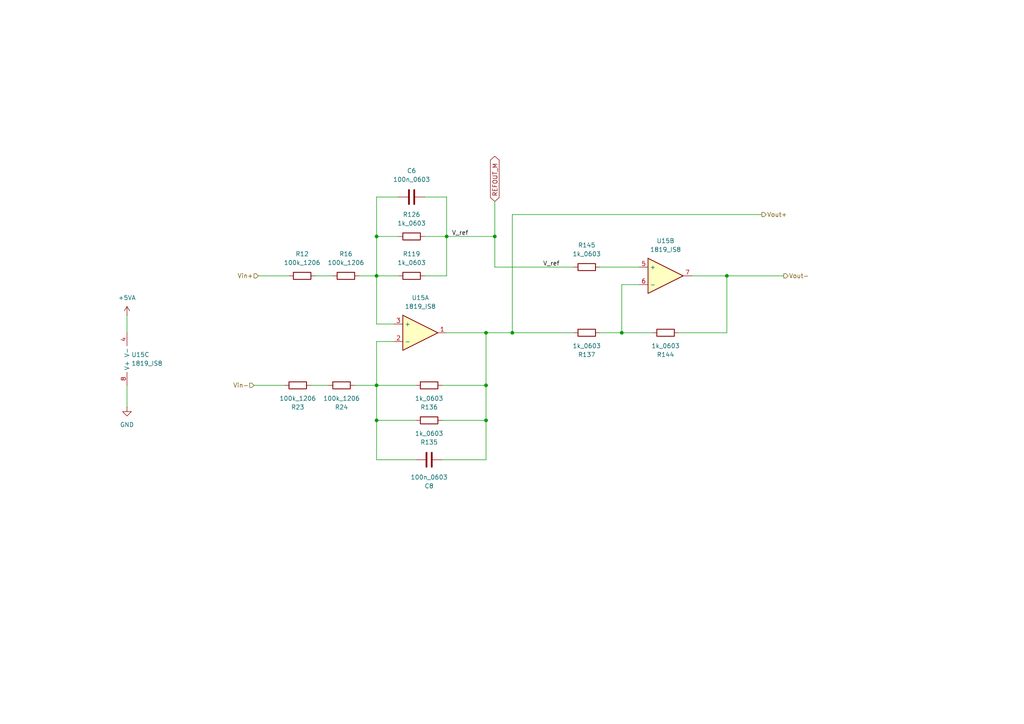
<source format=kicad_sch>
(kicad_sch (version 20250114) (generator "eeschema") (generator_version "9.0")
  (paper "A4")
  (lib_symbols
    (symbol "MYLIB_Misc:LT1819_IS8"
      (property "Reference" "U" (at 0 8.89 0))
      (property "Value" "1819_IS8" (at 0.508 6.858 0))
      (symbol "LT1819_IS8_1_1"
        (polyline (pts (xy -3.81 5.08) (xy 6.35 0) (xy -3.81 -5.08) (xy -3.81 5.08)) (stroke (width 0.254)) (fill (type background)))
        (pin input line (at -6.35 2.54 0) (length 2.54) (name "+") (number "3"))
        (pin input line (at -6.35 -2.54 0) (length 2.54) (name "-") (number "2"))
        (pin output line (at 8.89 0 180) (length 2.54) (name "~") (number "1"))
      )
      (symbol "LT1819_IS8_2_1"
        (polyline (pts (xy -3.81 5.08) (xy 6.35 0) (xy -3.81 -5.08) (xy -3.81 5.08)) (stroke (width 0.254)) (fill (type background)))
        (pin input line (at -6.35 2.54 0) (length 2.54) (name "+") (number "5"))
        (pin input line (at -6.35 -2.54 0) (length 2.54) (name "-") (number "6"))
        (pin output line (at 8.89 0 180) (length 2.54) (name "~") (number "7"))
      )
      (symbol "LT1819_IS8_3_1"
        (pin power_in line (at -6.35 7.62 270) (length 3.81) (name "V+") (number "8"))
        (pin power_in line (at -6.35 -7.62 90) (length 3.81) (name "V-") (number "4"))
      )
    )
    (symbol "WLIB_C:100n_0603" (pin_numbers (hide yes)) (pin_names (offset 0.254))
      (property "Reference" "C" (at 0.635 2.54 0))
      (property "Value" "100n_0603" (at 0.635 -2.54 0))
      (symbol "100n_0603_0_1"
        (polyline (pts (xy -2.032 0.762) (xy 2.032 0.762)) (stroke (width 0.508)))
        (polyline (pts (xy -2.032 -0.762) (xy 2.032 -0.762)) (stroke (width 0.508)))
      )
      (symbol "100n_0603_1_1"
        (pin passive line (at 0 3.81 270) (length 2.794) (name "~") (number "1"))
        (pin passive line (at 0 -3.81 90) (length 2.794) (name "~") (number "2"))
      )
    )
    (symbol "WLIB_R:100k_1206" (pin_numbers (hide yes)) (pin_names (hide yes))
      (property "Reference" "R" (at -2.54 0 90))
      (property "Value" "100k_1206" (at 2.794 0 90))
      (symbol "100k_1206_0_1"
        (rectangle (start -1.016 -2.54) (end 1.016 2.54) (stroke (width 0.254)))
      )
      (symbol "100k_1206_1_1"
        (pin passive line (at 0 3.81 270) (length 1.27) (name "~") (number "1"))
        (pin passive line (at 0 -3.81 90) (length 1.27) (name "~") (number "2"))
      )
    )
    (symbol "WLIB_R:1k_0603" (pin_numbers (hide yes)) (pin_names (offset 0))
      (property "Reference" "R" (at 2.032 0 90))
      (property "Value" "1k_0603" (at -2.54 0 90))
      (symbol "1k_0603_0_1"
        (rectangle (start -1.016 -2.54) (end 1.016 2.54) (stroke (width 0.254)))
      )
      (symbol "1k_0603_1_1"
        (pin passive line (at 0 3.81 270) (length 1.27) (name "~") (number "1"))
        (pin passive line (at 0 -3.81 90) (length 1.27) (name "~") (number "2"))
      )
    )
    (symbol "power:+5VA" (power) (pin_numbers (hide yes)) (pin_names (offset 0) (hide yes))
      (property "Value" "+5VA" (at 0 3.556 0))
      (symbol "+5VA_0_1"
        (polyline (pts (xy -0.762 1.27) (xy 0 2.54)))
        (polyline (pts (xy 0 2.54) (xy 0.762 1.27)))
        (polyline (pts (xy 0 0) (xy 0 2.54)))
      )
      (symbol "+5VA_1_1"
        (pin power_in line (at 0 0 90) (length 0) (name "~") (number "1"))
      )
    )
    (symbol "power:GND" (power) (pin_numbers (hide yes)) (pin_names (offset 0) (hide yes))
      (property "Value" "GND" (at 0 -3.81 0))
      (symbol "GND_0_1"
        (polyline (pts (xy 0 0) (xy 0 -1.27) (xy 1.27 -1.27) (xy 0 -2.54) (xy -1.27 -1.27) (xy 0 -1.27)))
      )
      (symbol "GND_1_1"
        (pin power_in line (at 0 0 270) (length 0) (name "~") (number "1"))
      )
    )
  )
  (junction (at 148.59 96.52))
  (junction (at 140.97 96.52))
  (junction (at 109.22 111.76))
  (junction (at 140.97 111.76))
  (junction (at 180.34 96.52))
  (junction (at 140.97 121.92))
  (junction (at 109.22 68.58))
  (junction (at 109.22 80.01))
  (junction (at 129.54 68.58))
  (junction (at 210.82 80.01))
  (junction (at 109.22 121.92))
  (junction (at 143.51 68.58))
  (wire (pts (xy 36.83 91.44) (xy 36.83 96.52)))
  (wire (pts (xy 180.34 82.55) (xy 180.34 96.52)))
  (wire (pts (xy 148.59 62.23) (xy 148.59 96.52)))
  (wire (pts (xy 120.65 111.76) (xy 109.22 111.76)))
  (wire (pts (xy 73.66 111.76) (xy 82.55 111.76)))
  (wire (pts (xy 129.54 96.52) (xy 140.97 96.52)))
  (wire (pts (xy 109.22 57.15) (xy 115.57 57.15)))
  (wire (pts (xy 140.97 121.92) (xy 140.97 133.35)))
  (wire (pts (xy 196.85 96.52) (xy 210.82 96.52)))
  (wire (pts (xy 109.22 68.58) (xy 115.57 68.58)))
  (wire (pts (xy 220.98 62.23) (xy 148.59 62.23)))
  (wire (pts (xy 74.93 80.01) (xy 83.82 80.01)))
  (wire (pts (xy 180.34 96.52) (xy 189.23 96.52)))
  (wire (pts (xy 36.83 111.76) (xy 36.83 118.11)))
  (wire (pts (xy 109.22 99.06) (xy 114.3 99.06)))
  (wire (pts (xy 129.54 68.58) (xy 129.54 80.01)))
  (wire (pts (xy 109.22 80.01) (xy 109.22 93.98)))
  (wire (pts (xy 128.27 121.92) (xy 140.97 121.92)))
  (wire (pts (xy 90.17 111.76) (xy 95.25 111.76)))
  (wire (pts (xy 109.22 121.92) (xy 109.22 133.35)))
  (wire (pts (xy 109.22 68.58) (xy 109.22 80.01)))
  (wire (pts (xy 140.97 96.52) (xy 148.59 96.52)))
  (wire (pts (xy 120.65 121.92) (xy 109.22 121.92)))
  (wire (pts (xy 129.54 57.15) (xy 129.54 68.58)))
  (wire (pts (xy 120.65 133.35) (xy 109.22 133.35)))
  (wire (pts (xy 109.22 68.58) (xy 109.22 57.15)))
  (wire (pts (xy 109.22 111.76) (xy 109.22 121.92)))
  (wire (pts (xy 109.22 93.98) (xy 114.3 93.98)))
  (wire (pts (xy 104.14 80.01) (xy 109.22 80.01)))
  (wire (pts (xy 109.22 111.76) (xy 109.22 99.06)))
  (wire (pts (xy 143.51 68.58) (xy 143.51 77.47)))
  (wire (pts (xy 173.99 96.52) (xy 180.34 96.52)))
  (wire (pts (xy 123.19 68.58) (xy 129.54 68.58)))
  (wire (pts (xy 140.97 111.76) (xy 140.97 96.52)))
  (wire (pts (xy 123.19 57.15) (xy 129.54 57.15)))
  (wire (pts (xy 210.82 96.52) (xy 210.82 80.01)))
  (wire (pts (xy 128.27 111.76) (xy 140.97 111.76)))
  (wire (pts (xy 210.82 80.01) (xy 200.66 80.01)))
  (wire (pts (xy 128.27 133.35) (xy 140.97 133.35)))
  (wire (pts (xy 115.57 80.01) (xy 109.22 80.01)))
  (wire (pts (xy 91.44 80.01) (xy 96.52 80.01)))
  (wire (pts (xy 102.87 111.76) (xy 109.22 111.76)))
  (wire (pts (xy 173.99 77.47) (xy 185.42 77.47)))
  (wire (pts (xy 185.42 82.55) (xy 180.34 82.55)))
  (wire (pts (xy 143.51 77.47) (xy 166.37 77.47)))
  (wire (pts (xy 129.54 68.58) (xy 143.51 68.58)))
  (wire (pts (xy 148.59 96.52) (xy 166.37 96.52)))
  (wire (pts (xy 210.82 80.01) (xy 227.33 80.01)))
  (wire (pts (xy 140.97 111.76) (xy 140.97 121.92)))
  (wire (pts (xy 123.19 80.01) (xy 129.54 80.01)))
  (wire (pts (xy 143.51 58.42) (xy 143.51 68.58)))
  (label "V_ref" (at 157.48 77.47 0))
  (label "V_ref" (at 135.89 68.58 180))
  (global_label "REFOUT_M" (shape bidirectional) (at 143.51 58.42 90) (property "Intersheetrefs" "${INTERSHEET_REFS}" (effects (hide yes))))
  (hierarchical_label "Vout+" (shape output) (at 220.98 62.23 0))
  (hierarchical_label "Vin-" (shape input) (at 73.66 111.76 180))
  (hierarchical_label "Vin+" (shape input) (at 74.93 80.01 180))
  (hierarchical_label "Vout-" (shape output) (at 227.33 80.01 0))
  (symbol (lib_id "power:+5VA") (at 36.83 91.44 0) (unit 1)
    (property "Reference" "#PWR0100" (effects (hide yes)))
    (property "Value" "+5VA" (at 36.83 86.36 0))
    (property "Description" "Power symbol creates a global label with name \"+5VA\"" (effects (hide yes)))
    (instances (project "" (path "" (reference "#PWR0110") (unit 1)) (path "" (reference "#PWR0102") (unit 1)) (path "" (reference "#PWR0100") (unit 1)) (path "" (reference "#PWR0104") (unit 1))))
  )
  (symbol (lib_id "MYLIB_Misc:LT1819_IS8") (at 191.77 80.01 0) (unit 2)
    (property "Reference" "U12" (at 193.04 69.85 0))
    (property "Value" "1819_IS8" (at 193.04 72.39 0))
    (property "Footprint" "MYLIB_Misc:LT1819" (effects (hide yes)))
    (property "Datasheet" "https://www.analog.com/media/en/technical-documentation/data-sheets/18189fb.pdf" (effects (hide yes)))
    (property "Description" "ual wide bandwidth, high slew rate, low noise and distortion operational amplifi ers with excellent DC performance" (effects (hide yes)))
    (instances (project "" (path "" (reference "U15") (unit 2)) (path "" (reference "U13") (unit 2)) (path "" (reference "U12") (unit 2)) (path "" (reference "U14") (unit 2))))
  )
  (symbol (lib_id "WLIB_R:1k_0603") (at 119.38 80.01 90) (unit 1)
    (property "Reference" "R157" (at 119.38 73.66 90))
    (property "Value" "1k_0603" (at 119.38 76.2 90))
    (property "Footprint" "Resistor_SMD:R_0603_1608Metric" (effects (hide yes)))
    (property "Datasheet" "https://www.farnell.com/datasheets/2710391.pdf" (effects (hide yes)))
    (property "Description" "Resistor" (effects (hide yes)))
    (property "FARNELL" "2078907" (effects (hide yes)))
    (property "Rated Power" "100mW" (effects (hide yes)))
    (property "JLCPCB" "C21190" (effects (hide yes)))
    (instances (project "FPGA_Board_BA" (path "" (reference "R119") (unit 1)) (path "" (reference "R222") (unit 1)) (path "" (reference "R157") (unit 1)) (path "" (reference "R253") (unit 1))))
  )
  (symbol (lib_id "MYLIB_Misc:LT1819_IS8") (at 30.48 104.14 180) (unit 3)
    (property "Reference" "U12" (at 38.1 102.8699 0) (effects (justify right)))
    (property "Value" "1819_IS8" (at 38.1 105.4099 0) (effects (justify right)))
    (property "Footprint" "MYLIB_Misc:LT1819" (effects (hide yes)))
    (property "Datasheet" "https://www.analog.com/media/en/technical-documentation/data-sheets/18189fb.pdf" (effects (hide yes)))
    (property "Description" "ual wide bandwidth, high slew rate, low noise and distortion operational amplifi ers with excellent DC performance" (effects (hide yes)))
    (instances (project "" (path "" (reference "U15") (unit 3)) (path "" (reference "U13") (unit 3)) (path "" (reference "U12") (unit 3)) (path "" (reference "U14") (unit 3))))
  )
  (symbol (lib_id "WLIB_R:1k_0603") (at 170.18 77.47 90) (unit 1)
    (property "Reference" "R160" (at 170.18 71.12 90))
    (property "Value" "1k_0603" (at 170.18 73.66 90))
    (property "Footprint" "Resistor_SMD:R_0603_1608Metric" (effects (hide yes)))
    (property "Datasheet" "https://www.farnell.com/datasheets/2710391.pdf" (effects (hide yes)))
    (property "Description" "Resistor" (effects (hide yes)))
    (property "FARNELL" "2078907" (effects (hide yes)))
    (property "Rated Power" "100mW" (effects (hide yes)))
    (property "JLCPCB" "C21190" (effects (hide yes)))
    (instances (project "FPGA_Board_BA" (path "" (reference "R145") (unit 1)) (path "" (reference "R235") (unit 1)) (path "" (reference "R160") (unit 1)) (path "" (reference "R256") (unit 1))))
  )
  (symbol (lib_id "WLIB_R:100k_1206") (at 86.36 111.76 90) (mirror x) (unit 1)
    (property "Reference" "R17" (at 86.36 118.11 90))
    (property "Value" "100k_1206" (at 86.36 115.57 90))
    (property "Footprint" "Resistor_SMD:R_1206_3216Metric" (effects (hide yes)))
    (instances (project "FPGA_Board_BA" (path "" (reference "R23") (unit 1)) (path "" (reference "R19") (unit 1)) (path "" (reference "R17") (unit 1)) (path "" (reference "R21") (unit 1))))
  )
  (symbol (lib_id "WLIB_R:1k_0603") (at 193.04 96.52 90) (mirror x) (unit 1)
    (property "Reference" "R162" (at 193.04 102.87 90))
    (property "Value" "1k_0603" (at 193.04 100.33 90))
    (property "Footprint" "Resistor_SMD:R_0603_1608Metric" (effects (hide yes)))
    (property "Datasheet" "https://www.farnell.com/datasheets/2710391.pdf" (effects (hide yes)))
    (property "Description" "Resistor" (effects (hide yes)))
    (property "FARNELL" "2078907" (effects (hide yes)))
    (property "Rated Power" "100mW" (effects (hide yes)))
    (property "JLCPCB" "C21190" (effects (hide yes)))
    (instances (project "FPGA_Board_BA" (path "" (reference "R144") (unit 1)) (path "" (reference "R237") (unit 1)) (path "" (reference "R162") (unit 1)) (path "" (reference "R258") (unit 1))))
  )
  (symbol (lib_id "MYLIB_Misc:LT1819_IS8") (at 120.65 96.52 0) (unit 1)
    (property "Reference" "U12" (at 121.92 86.36 0))
    (property "Value" "1819_IS8" (at 121.92 88.9 0))
    (property "Footprint" "MYLIB_Misc:LT1819" (effects (hide yes)))
    (property "Datasheet" "https://www.analog.com/media/en/technical-documentation/data-sheets/18189fb.pdf" (effects (hide yes)))
    (property "Description" "ual wide bandwidth, high slew rate, low noise and distortion operational amplifi ers with excellent DC performance" (effects (hide yes)))
    (instances (project "" (path "" (reference "U15") (unit 1)) (path "" (reference "U13") (unit 1)) (path "" (reference "U12") (unit 1)) (path "" (reference "U14") (unit 1))))
  )
  (symbol (lib_id "WLIB_R:100k_1206") (at 87.63 80.01 90) (unit 1)
    (property "Reference" "R9" (at 87.63 73.66 90))
    (property "Value" "100k_1206" (at 87.63 76.2 90))
    (property "Footprint" "Resistor_SMD:R_1206_3216Metric" (effects (hide yes)))
    (instances (project "" (path "" (reference "R12") (unit 1)) (path "" (reference "R10") (unit 1)) (path "" (reference "R9") (unit 1)) (path "" (reference "R11") (unit 1))))
  )
  (symbol (lib_id "WLIB_C:100n_0603") (at 124.46 133.35 90) (mirror x) (unit 1)
    (property "Reference" "C61" (at 124.46 140.97 90))
    (property "Value" "100n_0603" (at 124.46 138.43 90))
    (property "Footprint" "WLIB_Capacitor:C_0603" (effects (hide yes)))
    (property "Datasheet" "https://www.farnell.com/datasheets/2860632.pdf" (effects (hide yes)))
    (property "Description" "Unpolarized capacitor SMD MLCC" (effects (hide yes)))
    (property "FARNELL" "1759037" (effects (hide yes)))
    (property "VDC" "25V" (effects (hide yes)))
    (property "JLCPCB" "C2762593" (effects (hide yes)))
    (instances (project "FPGA_Board_BA" (path "" (reference "C8") (unit 1)) (path "" (reference "C65") (unit 1)) (path "" (reference "C61") (unit 1)) (path "" (reference "C163") (unit 1))))
  )
  (symbol (lib_id "WLIB_R:100k_1206") (at 99.06 111.76 90) (mirror x) (unit 1)
    (property "Reference" "R18" (at 99.06 118.11 90))
    (property "Value" "100k_1206" (at 99.06 115.57 90))
    (property "Footprint" "Resistor_SMD:R_1206_3216Metric" (effects (hide yes)))
    (instances (project "FPGA_Board_BA" (path "" (reference "R24") (unit 1)) (path "" (reference "R20") (unit 1)) (path "" (reference "R18") (unit 1)) (path "" (reference "R22") (unit 1))))
  )
  (symbol (lib_id "WLIB_R:1k_0603") (at 119.38 68.58 90) (unit 1)
    (property "Reference" "R156" (at 119.38 62.23 90))
    (property "Value" "1k_0603" (at 119.38 64.77 90))
    (property "Footprint" "Resistor_SMD:R_0603_1608Metric" (effects (hide yes)))
    (property "Datasheet" "https://www.farnell.com/datasheets/2710391.pdf" (effects (hide yes)))
    (property "Description" "Resistor" (effects (hide yes)))
    (property "FARNELL" "2078907" (effects (hide yes)))
    (property "Rated Power" "100mW" (effects (hide yes)))
    (property "JLCPCB" "C21190" (effects (hide yes)))
    (instances (project "FPGA_Board_BA" (path "" (reference "R126") (unit 1)) (path "" (reference "R199") (unit 1)) (path "" (reference "R156") (unit 1)) (path "" (reference "R252") (unit 1))))
  )
  (symbol (lib_id "WLIB_C:100n_0603") (at 119.38 57.15 90) (unit 1)
    (property "Reference" "C10" (at 119.38 49.53 90))
    (property "Value" "100n_0603" (at 119.38 52.07 90))
    (property "Footprint" "WLIB_Capacitor:C_0603" (effects (hide yes)))
    (property "Datasheet" "https://www.farnell.com/datasheets/2860632.pdf" (effects (hide yes)))
    (property "Description" "Unpolarized capacitor SMD MLCC" (effects (hide yes)))
    (property "FARNELL" "1759037" (effects (hide yes)))
    (property "VDC" "25V" (effects (hide yes)))
    (property "JLCPCB" "C2762593" (effects (hide yes)))
    (instances (project "" (path "" (reference "C6") (unit 1)) (path "" (reference "C63") (unit 1)) (path "" (reference "C10") (unit 1)) (path "" (reference "C127") (unit 1))))
  )
  (symbol (lib_id "WLIB_R:100k_1206") (at 100.33 80.01 90) (unit 1)
    (property "Reference" "R13" (at 100.33 73.66 90))
    (property "Value" "100k_1206" (at 100.33 76.2 90))
    (property "Footprint" "Resistor_SMD:R_1206_3216Metric" (effects (hide yes)))
    (instances (project "FPGA_Board_BA" (path "" (reference "R16") (unit 1)) (path "" (reference "R14") (unit 1)) (path "" (reference "R13") (unit 1)) (path "" (reference "R15") (unit 1))))
  )
  (symbol (lib_id "WLIB_R:1k_0603") (at 124.46 121.92 90) (mirror x) (unit 1)
    (property "Reference" "R159" (at 124.46 128.27 90))
    (property "Value" "1k_0603" (at 124.46 125.73 90))
    (property "Footprint" "Resistor_SMD:R_0603_1608Metric" (effects (hide yes)))
    (property "Datasheet" "https://www.farnell.com/datasheets/2710391.pdf" (effects (hide yes)))
    (property "Description" "Resistor" (effects (hide yes)))
    (property "FARNELL" "2078907" (effects (hide yes)))
    (property "Rated Power" "100mW" (effects (hide yes)))
    (property "JLCPCB" "C21190" (effects (hide yes)))
    (instances (project "FPGA_Board_BA" (path "" (reference "R135") (unit 1)) (path "" (reference "R224") (unit 1)) (path "" (reference "R159") (unit 1)) (path "" (reference "R255") (unit 1))))
  )
  (symbol (lib_id "WLIB_R:1k_0603") (at 124.46 111.76 90) (mirror x) (unit 1)
    (property "Reference" "R158" (at 124.46 118.11 90))
    (property "Value" "1k_0603" (at 124.46 115.57 90))
    (property "Footprint" "Resistor_SMD:R_0603_1608Metric" (effects (hide yes)))
    (property "Datasheet" "https://www.farnell.com/datasheets/2710391.pdf" (effects (hide yes)))
    (property "Description" "Resistor" (effects (hide yes)))
    (property "FARNELL" "2078907" (effects (hide yes)))
    (property "Rated Power" "100mW" (effects (hide yes)))
    (property "JLCPCB" "C21190" (effects (hide yes)))
    (instances (project "FPGA_Board_BA" (path "" (reference "R136") (unit 1)) (path "" (reference "R223") (unit 1)) (path "" (reference "R158") (unit 1)) (path "" (reference "R254") (unit 1))))
  )
  (symbol (lib_id "WLIB_R:1k_0603") (at 170.18 96.52 90) (mirror x) (unit 1)
    (property "Reference" "R161" (at 170.18 102.87 90))
    (property "Value" "1k_0603" (at 170.18 100.33 90))
    (property "Footprint" "Resistor_SMD:R_0603_1608Metric" (effects (hide yes)))
    (property "Datasheet" "https://www.farnell.com/datasheets/2710391.pdf" (effects (hide yes)))
    (property "Description" "Resistor" (effects (hide yes)))
    (property "FARNELL" "2078907" (effects (hide yes)))
    (property "Rated Power" "100mW" (effects (hide yes)))
    (property "JLCPCB" "C21190" (effects (hide yes)))
    (instances (project "FPGA_Board_BA" (path "" (reference "R137") (unit 1)) (path "" (reference "R236") (unit 1)) (path "" (reference "R161") (unit 1)) (path "" (reference "R257") (unit 1))))
  )
  (symbol (lib_id "power:GND") (at 36.83 118.11 0) (unit 1)
    (property "Reference" "#PWR0101" (effects (hide yes)))
    (property "Value" "GND" (at 36.83 123.19 0))
    (property "Description" "Power symbol creates a global label with name \"GND\" , ground" (effects (hide yes)))
    (instances (project "" (path "" (reference "#PWR0116") (unit 1)) (path "" (reference "#PWR0103") (unit 1)) (path "" (reference "#PWR0101") (unit 1)) (path "" (reference "#PWR0105") (unit 1))))
  )
)
</source>
